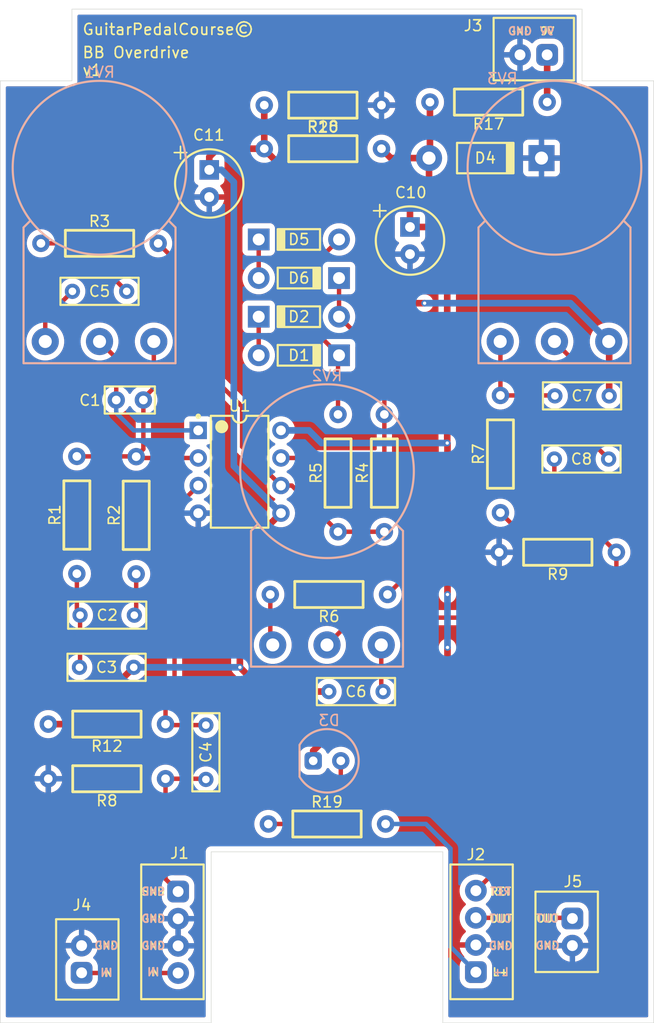
<source format=kicad_pcb>
(kicad_pcb (version 20241229) (generator "pcbnew") (generator_version "9.0")
  (layers (0 "F.Cu" signal) (2 "B.Cu" signal) (13 "F.Paste" user) (15 "B.Paste" user) (5 "F.SilkS" user "F.Silkscreen") (7 "B.SilkS" user "B.Silkscreen") (1 "F.Mask" user) (3 "B.Mask" user) (25 "Edge.Cuts" user))
  (net 0 "")
  (net 1 "Net-(C1-Pad2)")
  (net 2 "Net-(D1-A)")
  (net 3 "/SEND")
  (net 4 "Net-(U1A--)")
  (net 5 "Net-(C5-Pad1)")
  (net 6 "Net-(C7-Pad2)")
  (net 7 "GND")
  (net 8 "/RETURN")
  (net 9 "+VA")
  (net 10 "VREF")
  (net 11 "Net-(D3-K)")
  (net 12 "/IN")
  (net 13 "/LED+")
  (net 14 "/OUT")
  (net 15 "Net-(J3-Pad1)")
  (net 16 "Net-(C2-Pad1)")
  (net 17 "Net-(C2-Pad2)")
  (net 18 "Net-(U1A-+)")
  (net 19 "Net-(C8-Pad1)")
  (net 20 "Net-(C5-Pad2)")
  (net 21 "Net-(C6-Pad2)")
  (net 22 "Net-(D1-K)")
  (net 23 "Net-(D2-K)")
  (net 24 "Net-(D5-A)")
  (net 25 "Net-(U1B--)")
  (net 26 "Net-(R6-Pad2)")
  (net 27 "Net-(R7-Pad1)")
  (footprint "Wampler:DIODE_1N4148" (layer "F.Cu") (at 27.6352 -90.424 180)
    (property "Reference" "D2" (at 0 0 0) (layer "F.SilkS"))
    (property "Value" "1N4148")
    (fp_line (start -1.95 0.95) (end 1.95 0.95) (stroke (width 0.2)) (layer "F.SilkS"))
    (fp_line (start -1.95 0.95) (end -1.95 -0.95) (stroke (width 0.2)) (layer "F.SilkS"))
    (fp_line (start -1.95 -0.95) (end 1.95 -0.95) (stroke (width 0.2)) (layer "F.SilkS"))
    (fp_rect (start 1.25 0.95) (end 2.05 -0.95) (fill yes) (layer "F.SilkS"))
    (pad "1" thru_hole circle (at -3.7 0 180) (size 2 2) (drill 1.1) (layers "*.Cu" "*.Mask") (net 23 "Net-(D2-K)"))
    (pad "2" thru_hole rect (at 3.7 0 180) (size 2 2) (drill 1.1) (layers "*.Cu" "*.Mask") (net 22 "Net-(D1-K)"))
  )
  (footprint "Wampler:CONNECTOR_4" (layer "F.Cu") (at 16.51 -33.782 -90)
    (property "Reference" "J1" (at -7.239 -0.127 180) (layer "F.SilkS"))
    (property "Value" "~")
    (fp_line (start -6.2 3.4) (end 6.2 3.4) (stroke (width 0.2)) (layer "F.SilkS"))
    (fp_line (start -6.2 3.4) (end -6.2 -2.3) (stroke (width 0.2)) (layer "F.SilkS"))
    (fp_line (start 6.2 3.4) (end 6.2 -2.35) (stroke (width 0.2)) (layer "F.SilkS"))
    (fp_line (start -6.2 -2.35) (end 6.2 -2.35) (stroke (width 0.2)) (layer "F.SilkS"))
    (pad "1" thru_hole roundrect (at -3.71 0 270) (size 2 2) (drill 1) (layers "*.Cu" "*.Mask") (net 3 "/SEND"))
    (pad "2" thru_hole circle (at -1.21 0 270) (size 2 2) (drill 1) (layers "*.Cu" "*.Mask") (net 7 "GND"))
    (pad "3" thru_hole circle (at 1.29 0 270) (size 2 2) (drill 1) (layers "*.Cu" "*.Mask") (net 7 "GND"))
    (pad "4" thru_hole circle (at 3.79 0 270) (size 2 2) (drill 1) (layers "*.Cu" "*.Mask") (net 12 "/IN"))
  )
  (footprint "Wampler:DIODE_1N4148" (layer "F.Cu") (at 27.6352 -93.98)
    (property "Reference" "D6" (at 0 0 0) (layer "F.SilkS"))
    (property "Value" "1N4148")
    (fp_line (start -1.95 -0.95) (end 1.95 -0.95) (stroke (width 0.2)) (layer "F.SilkS"))
    (fp_line (start -1.95 0.95) (end -1.95 -0.95) (stroke (width 0.2)) (layer "F.SilkS"))
    (fp_line (start -1.95 0.95) (end 1.95 0.95) (stroke (width 0.2)) (layer "F.SilkS"))
    (fp_rect (start 1.25 0.95) (end 2.05 -0.95) (fill yes) (layer "F.SilkS"))
    (pad "1" thru_hole circle (at -3.7 0) (size 2 2) (drill 1.1) (layers "*.Cu" "*.Mask") (net 24 "Net-(D5-A)"))
    (pad "2" thru_hole rect (at 3.7 0) (size 2 2) (drill 1.1) (layers "*.Cu" "*.Mask") (net 23 "Net-(D2-K)"))
  )
  (footprint "Wampler:CAP_FILM_100NF" (layer "F.Cu") (at 53.6702 -77.3176 -90)
    (property "Reference" "C8" (at 0 0 180) (layer "F.SilkS"))
    (property "Value" "100n")
    (fp_line (start -1.25 3.6) (end 1.25 3.6) (stroke (width 0.2)) (layer "F.SilkS"))
    (fp_line (start -1.25 3.6) (end -1.25 -3.6) (stroke (width 0.2)) (layer "F.SilkS"))
    (fp_line (start 1.25 3.6) (end 1.25 -3.6) (stroke (width 0.2)) (layer "F.SilkS"))
    (fp_line (start -1.25 -3.6) (end 1.25 -3.6) (stroke (width 0.2)) (layer "F.SilkS"))
    (pad "1" thru_hole circle (at 0 -2.5 270) (size 1.4 1.4) (drill 0.7) (layers "*.Cu" "*.Mask") (net 19 "Net-(C8-Pad1)"))
    (pad "2" thru_hole circle (at 0 2.5 270) (size 1.4 1.4) (drill 0.7) (layers "*.Cu" "*.Mask") (net 8 "/RETURN"))
  )
  (footprint "Wampler:RESISTOR_1_4W" (layer "F.Cu") (at 29.845 -105.8926)
    (property "Reference" "R18" (at 0 -2.027 0) (layer "F.SilkS"))
    (property "Value" "47k")
    (fp_line (start -3.15 -1.2) (end 3.15 -1.2) (stroke (width 0.254)) (layer "F.SilkS"))
    (fp_line (start -3.15 1.2) (end -3.15 -1.2) (stroke (width 0.254)) (layer "F.SilkS"))
    (fp_line (start -3.15 1.2) (end 3.15 1.2) (stroke (width 0.254)) (layer "F.SilkS"))
    (fp_line (start 3.15 1.2) (end 3.15 -1.2) (stroke (width 0.254)) (layer "F.SilkS"))
    (pad "1" thru_hole circle (at -5.4 0) (size 1.6 1.6) (drill 0.8) (layers "*.Cu" "*.Mask") (net 10 "VREF"))
    (pad "2" thru_hole circle (at 5.4 0) (size 1.6 1.6) (drill 0.8) (layers "*.Cu" "*.Mask") (net 9 "+VA"))
  )
  (footprint "Wampler:RESISTOR_1_4W" (layer "F.Cu") (at 30.226 -43.7134)
    (property "Reference" "R19" (at 0 -2.027 0) (layer "F.SilkS"))
    (property "Value" "1k")
    (fp_line (start -3.15 -1.2) (end 3.15 -1.2) (stroke (width 0.254)) (layer "F.SilkS"))
    (fp_line (start -3.15 1.2) (end -3.15 -1.2) (stroke (width 0.254)) (layer "F.SilkS"))
    (fp_line (start -3.15 1.2) (end 3.15 1.2) (stroke (width 0.254)) (layer "F.SilkS"))
    (fp_line (start 3.15 1.2) (end 3.15 -1.2) (stroke (width 0.254)) (layer "F.SilkS"))
    (pad "1" thru_hole circle (at -5.4 0) (size 1.6 1.6) (drill 0.8) (layers "*.Cu" "*.Mask") (net 11 "Net-(D3-K)"))
    (pad "2" thru_hole circle (at 5.4 0) (size 1.6 1.6) (drill 0.8) (layers "*.Cu" "*.Mask") (net 13 "/LED+"))
  )
  (footprint "Wampler:CAP_MLCC_47PF" (layer "F.Cu") (at 12.0596 -82.7532 -90)
    (property "Reference" "C1" (at 0.0254 3.6776 180) (layer "F.SilkS"))
    (property "Value" "47p")
    (fp_line (start -1.25 2.31) (end 1.25001 2.31) (stroke (width 0.2)) (layer "F.SilkS"))
    (fp_line (start -1.25 2.31) (end -1.25 -2.31) (stroke (width 0.2)) (layer "F.SilkS"))
    (fp_line (start 1.25 2.31) (end 1.25 -2.31) (stroke (width 0.2)) (layer "F.SilkS"))
    (fp_line (start -1.25 -2.31) (end 1.25 -2.31) (stroke (width 0.2)) (layer "F.SilkS"))
    (pad "1" thru_hole circle (at 0 -1.25 270) (size 1.6 1.6) (drill 0.8) (layers "*.Cu" "*.Mask") (net 4 "Net-(U1A--)"))
    (pad "2" thru_hole circle (at 0 1.25 270) (size 1.6 1.6) (drill 0.8) (layers "*.Cu" "*.Mask") (net 1 "Net-(C1-Pad2)"))
  )
  (footprint "Wampler:RESISTOR_1_4W" (layer "F.Cu") (at 7.182 -72.1614 90)
    (property "Reference" "R1" (at 0 -2.027 90) (layer "F.SilkS"))
    (property "Value" "4.7k")
    (fp_line (start -3.15 -1.2) (end 3.15 -1.2) (stroke (width 0.254)) (layer "F.SilkS"))
    (fp_line (start 3.15 1.2) (end 3.15 -1.2) (stroke (width 0.254)) (layer "F.SilkS"))
    (fp_line (start -3.15 1.2) (end -3.15 -1.2) (stroke (width 0.254)) (layer "F.SilkS"))
    (fp_line (start -3.15 1.2) (end 3.15 1.2) (stroke (width 0.254)) (layer "F.SilkS"))
    (pad "1" thru_hole circle (at -5.4 0 90) (size 1.6 1.6) (drill 0.8) (layers "*.Cu" "*.Mask") (net 16 "Net-(C2-Pad1)"))
    (pad "2" thru_hole circle (at 5.4 0 90) (size 1.6 1.6) (drill 0.8) (layers "*.Cu" "*.Mask") (net 4 "Net-(U1A--)"))
  )
  (footprint "Wampler:RESISTOR_1_4W" (layer "F.Cu") (at 12.6492 -72.136 90)
    (property "Reference" "R2" (at 0 -2.027 90) (layer "F.SilkS"))
    (property "Value" "3.3k")
    (fp_line (start -3.15 -1.2) (end 3.15 -1.2) (stroke (width 0.254)) (layer "F.SilkS"))
    (fp_line (start 3.15 1.2) (end 3.15 -1.2) (stroke (width 0.254)) (layer "F.SilkS"))
    (fp_line (start -3.15 1.2) (end -3.15 -1.2) (stroke (width 0.254)) (layer "F.SilkS"))
    (fp_line (start -3.15 1.2) (end 3.15 1.2) (stroke (width 0.254)) (layer "F.SilkS"))
    (pad "1" thru_hole circle (at -5.4 0 90) (size 1.6 1.6) (drill 0.8) (layers "*.Cu" "*.Mask") (net 17 "Net-(C2-Pad2)"))
    (pad "2" thru_hole circle (at 5.4 0 90) (size 1.6 1.6) (drill 0.8) (layers "*.Cu" "*.Mask") (net 4 "Net-(U1A--)"))
  )
  (footprint "Wampler:OP_AMP" (layer "F.Cu") (at 22.1742 -76.145)
    (property "Reference" "U1" (at 0 -6.06 0) (layer "F.SilkS"))
    (property "Value" "TL072")
    (fp_line (start -2.65 -5.15) (end -0.635 -5.15) (stroke (width 0.2)) (layer "F.SilkS"))
    (fp_line (start -2.65 5.15) (end -2.65 -5.15) (stroke (width 0.2)) (layer "F.SilkS"))
    (fp_line (start -2.65 5.15) (end 2.65 5.15) (stroke (width 0.2)) (layer "F.SilkS"))
    (fp_line (start 0.635 -5.15) (end 2.65 -5.15) (stroke (width 0.2)) (layer "F.SilkS"))
    (fp_line (start 2.65 5.15) (end 2.65 -5.15) (stroke (width 0.2)) (layer "F.SilkS"))
    (fp_arc (start 0.635 -5.15) (mid 0 -4.515) (end -0.635 -5.15) (stroke (width 0.2)) (layer "F.SilkS"))
    (fp_circle (center -3.81 -5.11) (end -3.81 -5.235) (stroke (width 0.25)) (fill no) (layer "F.SilkS"))
    (fp_circle (center -1.65 -4.15) (end -1.65 -4.45) (stroke (width 0.6)) (fill no) (layer "F.SilkS"))
    (pad "1" thru_hole rect (at -3.81 -3.81) (size 1.6 1.6) (drill 0.9) (layers "*.Cu" "*.Mask") (net 1 "Net-(C1-Pad2)"))
    (pad "2" thru_hole circle (at -3.81 -1.27) (size 1.6 1.6) (drill 0.9) (layers "*.Cu" "*.Mask") (net 4 "Net-(U1A--)"))
    (pad "3" thru_hole circle (at -3.81 1.27) (size 1.6 1.6) (drill 0.9) (layers "*.Cu" "*.Mask") (net 18 "Net-(U1A-+)"))
    (pad "4" thru_hole circle (at -3.81 3.81) (size 1.6 1.6) (drill 0.9) (layers "*.Cu" "*.Mask") (net 7 "GND"))
    (pad "5" thru_hole circle (at 3.81 3.81) (size 1.6 1.6) (drill 0.9) (layers "*.Cu" "*.Mask") (net 10 "VREF"))
    (pad "6" thru_hole circle (at 3.81 1.27) (size 1.6 1.6) (drill 0.9) (layers "*.Cu" "*.Mask") (net 25 "Net-(U1B--)"))
    (pad "7" thru_hole circle (at 3.81 -1.27) (size 1.6 1.6) (drill 0.9) (layers "*.Cu" "*.Mask") (net 23 "Net-(D2-K)"))
    (pad "8" thru_hole circle (at 3.81 -3.81) (size 1.6 1.6) (drill 0.9) (layers "*.Cu" "*.Mask") (net 9 "+VA"))
  )
  (footprint "Wampler:RESISTOR_1_4W" (layer "F.Cu") (at 31.242 -76.0222 90)
    (property "Reference" "R5" (at 0 -2.027 90) (layer "F.SilkS"))
    (property "Value" "6.8k")
    (fp_line (start -3.15 -1.2) (end 3.15 -1.2) (stroke (width 0.254)) (layer "F.SilkS"))
    (fp_line (start 3.15 1.2) (end 3.15 -1.2) (stroke (width 0.254)) (layer "F.SilkS"))
    (fp_line (start -3.15 1.2) (end -3.15 -1.2) (stroke (width 0.254)) (layer "F.SilkS"))
    (fp_line (start -3.15 1.2) (end 3.15 1.2) (stroke (width 0.254)) (layer "F.SilkS"))
    (pad "1" thru_hole circle (at -5.4 0 90) (size 1.6 1.6) (drill 0.8) (layers "*.Cu" "*.Mask") (net 25 "Net-(U1B--)"))
    (pad "2" thru_hole circle (at 5.4 0 90) (size 1.6 1.6) (drill 0.8) (layers "*.Cu" "*.Mask") (net 2 "Net-(D1-A)"))
  )
  (footprint "Wampler:CAP_FILM_100NF" (layer "F.Cu") (at 9.271 -92.7608 90)
    (property "Reference" "C5" (at 0 0 180) (layer "F.SilkS"))
    (property "Value" "100n")
    (fp_line (start -1.25 -3.6) (end 1.25 -3.6) (stroke (width 0.2)) (layer "F.SilkS"))
    (fp_line (start 1.25 3.6) (end 1.25 -3.6) (stroke (width 0.2)) (layer "F.SilkS"))
    (fp_line (start -1.25 3.6) (end -1.25 -3.6) (stroke (width 0.2)) (layer "F.SilkS"))
    (fp_line (start -1.25 3.6) (end 1.25 3.6) (stroke (width 0.2)) (layer "F.SilkS"))
    (pad "1" thru_hole circle (at 0 -2.5 90) (size 1.4 1.4) (drill 0.7) (layers "*.Cu" "*.Mask") (net 5 "Net-(C5-Pad1)"))
    (pad "2" thru_hole circle (at 0 2.5 90) (size 1.4 1.4) (drill 0.7) (layers "*.Cu" "*.Mask") (net 20 "Net-(C5-Pad2)"))
  )
  (footprint "Wampler:DIODE_1N4001" (layer "F.Cu") (at 44.8056 -105.029)
    (property "Reference" "D4" (at 0 0 0) (layer "F.SilkS"))
    (property "Value" "1N4001")
    (fp_line (start -2.6 -1.4) (end 2.6 -1.4) (stroke (width 0.2)) (layer "F.SilkS"))
    (fp_line (start -2.6 1.4) (end -2.6 -1.4) (stroke (width 0.2)) (layer "F.SilkS"))
    (fp_line (start -2.6 1.4) (end 2.6 1.4) (stroke (width 0.2)) (layer "F.SilkS"))
    (fp_rect (start 1.9 1.4) (end 2.7 -1.4) (fill yes) (layer "F.SilkS"))
    (pad "1" thru_hole circle (at -5.18 0) (size 2.4 2.4) (drill 1.2) (layers "*.Cu" "*.Mask") (net 9 "+VA"))
    (pad "2" thru_hole rect (at 5.18 0) (size 2.4 2.4) (drill 1.2) (layers "*.Cu" "*.Mask") (net 7 "GND"))
  )
  (footprint "Wampler:DIODE_1N4148" (layer "F.Cu") (at 27.6352 -86.868)
    (property "Reference" "D1" (at 0 0 0) (layer "F.SilkS"))
    (property "Value" "1N4148")
    (fp_line (start -1.95 -0.95) (end 1.95 -0.95) (stroke (width 0.2)) (layer "F.SilkS"))
    (fp_line (start -1.95 0.95) (end -1.95 -0.95) (stroke (width 0.2)) (layer "F.SilkS"))
    (fp_line (start -1.95 0.95) (end 1.95 0.95) (stroke (width 0.2)) (layer "F.SilkS"))
    (fp_rect (start 1.25 0.95) (end 2.05 -0.95) (fill yes) (layer "F.SilkS"))
    (pad "1" thru_hole circle (at -3.7 0) (size 2 2) (drill 1.1) (layers "*.Cu" "*.Mask") (net 22 "Net-(D1-K)"))
    (pad "2" thru_hole rect (at 3.7 0) (size 2 2) (drill 1.1) (layers "*.Cu" "*.Mask") (net 2 "Net-(D1-A)"))
  )
  (footprint "Wampler:RESISTOR_1_4W" (layer "F.Cu") (at 29.845 -109.9058 180)
    (property "Reference" "R20" (at 0 -2.027 180) (layer "F.SilkS"))
    (property "Value" "47k")
    (fp_line (start 3.15 1.2) (end 3.15 -1.2) (stroke (width 0.254)) (layer "F.SilkS"))
    (fp_line (start -3.15 1.2) (end 3.15 1.2) (stroke (width 0.254)) (layer "F.SilkS"))
    (fp_line (start -3.15 1.2) (end -3.15 -1.2) (stroke (width 0.254)) (layer "F.SilkS"))
    (fp_line (start -3.15 -1.2) (end 3.15 -1.2) (stroke (width 0.254)) (layer "F.SilkS"))
    (pad "1" thru_hole circle (at -5.4 0 180) (size 1.6 1.6) (drill 0.8) (layers "*.Cu" "*.Mask") (net 7 "GND"))
    (pad "2" thru_hole circle (at 5.4 0 180) (size 1.6 1.6) (drill 0.8) (layers "*.Cu" "*.Mask") (net 10 "VREF"))
  )
  (footprint "Wampler:RESISTOR_1_4W" (layer "F.Cu") (at 45.1104 -110.1852 180)
    (property "Reference" "R17" (at 0 -2.027 180) (layer "F.SilkS"))
    (property "Value" "10R")
    (fp_line (start 3.15 1.2) (end 3.15 -1.2) (stroke (width 0.254)) (layer "F.SilkS"))
    (fp_line (start -3.15 1.2) (end 3.15 1.2) (stroke (width 0.254)) (layer "F.SilkS"))
    (fp_line (start -3.15 1.2) (end -3.15 -1.2) (stroke (width 0.254)) (layer "F.SilkS"))
    (fp_line (start -3.15 -1.2) (end 3.15 -1.2) (stroke (width 0.254)) (layer "F.SilkS"))
    (pad "1" thru_hole circle (at -5.4 0 180) (size 1.6 1.6) (drill 0.8) (layers "*.Cu" "*.Mask") (net 15 "Net-(J3-Pad1)"))
    (pad "2" thru_hole circle (at 5.4 0 180) (size 1.6 1.6) (drill 0.8) (layers "*.Cu" "*.Mask") (net 9 "+VA"))
  )
  (footprint "Wampler:RESISTOR_1_4W" (layer "F.Cu") (at 51.4858 -68.7324 180)
    (property "Reference" "R9" (at 0 -2.027 180) (layer "F.SilkS"))
    (property "Value" "1M")
    (fp_line (start 3.15 1.2) (end 3.15 -1.2) (stroke (width 0.254)) (layer "F.SilkS"))
    (fp_line (start -3.15 1.2) (end 3.15 1.2) (stroke (width 0.254)) (layer "F.SilkS"))
    (fp_line (start -3.15 1.2) (end -3.15 -1.2) (stroke (width 0.254)) (layer "F.SilkS"))
    (fp_line (start -3.15 -1.2) (end 3.15 -1.2) (stroke (width 0.254)) (layer "F.SilkS"))
    (pad "1" thru_hole circle (at -5.4 0 180) (size 1.6 1.6) (drill 0.8) (layers "*.Cu" "*.Mask") (net 8 "/RETURN"))
    (pad "2" thru_hole circle (at 5.4 0 180) (size 1.6 1.6) (drill 0.8) (layers "*.Cu" "*.Mask") (net 7 "GND"))
  )
  (footprint "Wampler:CAP_ELEC_100UF" (layer "F.Cu") (at 19.3802 -102.6922 -90)
    (property "Reference" "C11" (at -4.457228 0.039779 180) (layer "F.SilkS"))
    (property "Value" "100u 35V")
    (fp_circle (center 0 0) (end 0 -3.15) (stroke (width 0.2)) (fill no) (layer "F.SilkS"))
    (fp_text user "+" (at -3.8714 3.4148 270) (layer "F.SilkS") (effects (font (size 1.5 1.5)) (justify left bottom)))
    (pad "1" thru_hole rect (at -1.25 0 270) (size 1.8 1.8) (drill 0.9) (layers "*.Cu" "*.Mask") (net 10 "VREF"))
    (pad "2" thru_hole circle (at 1.25 0 270) (size 1.8 1.8) (drill 0.9) (layers "*.Cu" "*.Mask") (net 7 "GND"))
  )
  (footprint "Wampler:CONNECTOR_4" (layer "F.Cu") (at 43.942 -33.782 90)
    (property "Reference" "J2" (at 7.112 0 180) (layer "F.SilkS"))
    (property "Value" "~")
    (fp_line (start -6.2 -2.35) (end 6.2 -2.35) (stroke (width 0.2)) (layer "F.SilkS"))
    (fp_line (start 6.2 3.4) (end 6.2 -2.35) (stroke (width 0.2)) (layer "F.SilkS"))
    (fp_line (start -6.2 3.4) (end -6.2 -2.3) (stroke (width 0.2)) (layer "F.SilkS"))
    (fp_line (start -6.2 3.4) (end 6.2 3.4) (stroke (width 0.2)) (layer "F.SilkS"))
    (pad "1" thru_hole roundrect (at -3.71 0 90) (size 2 2) (drill 1) (layers "*.Cu" "*.Mask") (net 13 "/LED+"))
    (pad "2" thru_hole circle (at -1.21 0 90) (size 2 2) (drill 1) (layers "*.Cu" "*.Mask") (net 7 "GND"))
    (pad "3" thru_hole circle (at 1.29 0 90) (size 2 2) (drill 1) (layers "*.Cu" "*.Mask") (net 14 "/OUT"))
    (pad "4" thru_hole circle (at 3.79 0 90) (size 2 2) (drill 1) (layers "*.Cu" "*.Mask") (net 8 "/RETURN"))
  )
  (footprint "Wampler:CAP_FILM_10NF" (layer "F.Cu") (at 9.976 -62.9412 90)
    (property "Reference" "C2" (at 0 0 180) (layer "F.SilkS"))
    (property "Value" "10n")
    (fp_line (start -1.25 -3.6) (end 1.25 -3.6) (stroke (width 0.2)) (layer "F.SilkS"))
    (fp_line (start 1.25 3.6) (end 1.25 -3.6) (stroke (width 0.2)) (layer "F.SilkS"))
    (fp_line (start -1.25 3.6) (end -1.25 -3.6) (stroke (width 0.2)) (layer "F.SilkS"))
    (fp_line (start -1.25 3.6) (end 1.25 3.6) (stroke (width 0.2)) (layer "F.SilkS"))
    (pad "1" thru_hole circle (at 0 -2.5 90) (size 1.4 1.4) (drill 0.7) (layers "*.Cu" "*.Mask") (net 16 "Net-(C2-Pad1)"))
    (pad "2" thru_hole circle (at 0 2.5 90) (size 1.4 1.4) (drill 0.7) (layers "*.Cu" "*.Mask") (net 17 "Net-(C2-Pad2)"))
  )
  (footprint "Wampler:RESISTOR_1_4W" (layer "F.Cu") (at 9.9506 -47.879 180)
    (property "Reference" "R8" (at 0 -2.027 180) (layer "F.SilkS"))
    (property "Value" "2.2M")
    (fp_line (start 3.15 1.2) (end 3.15 -1.2) (stroke (width 0.254)) (layer "F.SilkS"))
    (fp_line (start -3.15 1.2) (end 3.15 1.2) (stroke (width 0.254)) (layer "F.SilkS"))
    (fp_line (start -3.15 1.2) (end -3.15 -1.2) (stroke (width 0.254)) (layer "F.SilkS"))
    (fp_line (start -3.15 -1.2) (end 3.15 -1.2) (stroke (width 0.254)) (layer "F.SilkS"))
    (pad "1" thru_hole circle (at -5.4 0 180) (size 1.6 1.6) (drill 0.8) (layers "*.Cu" "*.Mask") (net 3 "/SEND"))
    (pad "2" thru_hole circle (at 5.4 0 180) (size 1.6 1.6) (drill 0.8) (layers "*.Cu" "*.Mask") (net 7 "GND"))
  )
  (footprint "Wampler:CAP_ELEC_100UF" (layer "F.Cu") (at 37.8714 -97.4344 -90)
    (property "Reference" "C10" (at -4.4196 -0.0762 0) (layer "F.SilkS"))
    (property "Value" "100u 35V")
    (fp_circle (center 0 0) (end 0 -3.15) (stroke (width 0.2)) (fill no) (layer "F.SilkS"))
    (fp_text user "+" (at -3.7698 3.5488 270) (layer "F.SilkS") (effects (font (size 1.5 1.5)) (justify left bottom)))
    (pad "1" thru_hole rect (at -1.25 0 270) (size 1.8 1.8) (drill 0.9) (layers "*.Cu" "*.Mask") (net 9 "+VA"))
    (pad "2" thru_hole circle (at 1.25 0 270) (size 1.8 1.8) (drill 0.9) (layers "*.Cu" "*.Mask") (net 7 "GND"))
  )
  (footprint "Wampler:CAP_FILM_10NF" (layer "F.Cu") (at 32.893 -55.9054 90)
    (property "Reference" "C6" (at 0 0 180) (layer "F.SilkS"))
    (property "Value" "10n")
    (fp_line (start -1.25 -3.6) (end 1.25 -3.6) (stroke (width 0.2)) (layer "F.SilkS"))
    (fp_line (start 1.25 3.6) (end 1.25 -3.6) (stroke (width 0.2)) (layer "F.SilkS"))
    (fp_line (start -1.25 3.6) (end -1.25 -3.6) (stroke (width 0.2)) (layer "F.SilkS"))
    (fp_line (start -1.25 3.6) (end 1.25 3.6) (stroke (width 0.2)) (layer "F.SilkS"))
    (pad "1" thru_hole circle (at 0 -2.5 90) (size 1.4 1.4) (drill 0.7) (layers "*.Cu" "*.Mask") (net 10 "VREF"))
    (pad "2" thru_hole circle (at 0 2.5 90) (size 1.4 1.4) (drill 0.7) (layers "*.Cu" "*.Mask") (net 21 "Net-(C6-Pad2)"))
  )
  (footprint "Wampler:CONNECTOR_2" (layer "F.Cu") (at 52.832 -33.782 -90)
    (property "Reference" "J5" (at -4.6228 -0.0508 180) (layer "F.SilkS"))
    (property "Value" "~")
    (fp_line (start -3.7 3.4) (end 3.7 3.4) (stroke (width 0.2)) (layer "F.SilkS"))
    (fp_line (start -3.7 3.4) (end -3.7 -2.35) (stroke (width 0.2)) (layer "F.SilkS"))
    (fp_line (start 3.7 3.4) (end 3.7 -2.35) (stroke (width 0.2)) (layer "F.SilkS"))
    (fp_line (start -3.7 -2.35) (end 3.7 -2.35) (stroke (width 0.2)) (layer "F.SilkS"))
    (pad "1" thru_hole roundrect (at -1.23 0 270) (size 2 2) (drill 1) (layers "*.Cu" "*.Mask") (net 14 "/OUT"))
    (pad "2" thru_hole circle (at 1.27 0 270) (size 2 2) (drill 1) (layers "*.Cu" "*.Mask") (net 7 "GND"))
  )
  (footprint "Wampler:RESISTOR_1_4W" (layer "F.Cu") (at 9.271 -97.1804)
    (property "Reference" "R3" (at 0 -2.027 0) (layer "F.SilkS"))
    (property "Value" "10k")
    (fp_line (start -3.15 -1.2) (end 3.15 -1.2) (stroke (width 0.254)) (layer "F.SilkS"))
    (fp_line (start -3.15 1.2) (end -3.15 -1.2) (stroke (width 0.254)) (layer "F.SilkS"))
    (fp_line (start -3.15 1.2) (end 3.15 1.2) (stroke (width 0.254)) (layer "F.SilkS"))
    (fp_line (start 3.15 1.2) (end 3.15 -1.2) (stroke (width 0.254)) (layer "F.SilkS"))
    (pad "1" thru_hole circle (at -5.4 0) (size 1.6 1.6) (drill 0.8) (layers "*.Cu" "*.Mask") (net 20 "Net-(C5-Pad2)"))
    (pad "2" thru_hole circle (at 5.4 0) (size 1.6 1.6) (drill 0.8) (layers "*.Cu" "*.Mask") (net 25 "Net-(U1B--)"))
  )
  (footprint "Wampler:RESISTOR_1_4W" (layer "F.Cu") (at 46.2026 -77.7748 90)
    (property "Reference" "R7" (at 0 -2.027 90) (layer "F.SilkS"))
    (property "Value" "6.8k")
    (fp_line (start -3.15 -1.2) (end 3.15 -1.2) (stroke (width 0.254)) (layer "F.SilkS"))
    (fp_line (start 3.15 1.2) (end 3.15 -1.2) (stroke (width 0.254)) (layer "F.SilkS"))
    (fp_line (start -3.15 1.2) (end -3.15 -1.2) (stroke (width 0.254)) (layer "F.SilkS"))
    (fp_line (start -3.15 1.2) (end 3.15 1.2) (stroke (width 0.254)) (layer "F.SilkS"))
    (pad "1" thru_hole circle (at -5.4 0 90) (size 1.6 1.6) (drill 0.8) (layers "*.Cu" "*.Mask") (net 27 "Net-(R7-Pad1)"))
    (pad "2" thru_hole circle (at 5.4 0 90) (size 1.6 1.6) (drill 0.8) (layers "*.Cu" "*.Mask") (net 6 "Net-(C7-Pad2)"))
  )
  (footprint "Wampler:CAP_FILM_10NF" (layer "F.Cu") (at 9.919474 -58.1406 -90)
    (property "Reference" "C3" (at 0 0 180) (layer "F.SilkS"))
    (property "Value" "10n")
    (fp_line (start -1.25 3.6) (end 1.25 3.6) (stroke (width 0.2)) (layer "F.SilkS"))
    (fp_line (start -1.25 3.6) (end -1.25 -3.6) (stroke (width 0.2)) (layer "F.SilkS"))
    (fp_line (start 1.25 3.6) (end 1.25 -3.6) (stroke (width 0.2)) (layer "F.SilkS"))
    (fp_line (start -1.25 -3.6) (end 1.25 -3.6) (stroke (width 0.2)) (layer "F.SilkS"))
    (pad "1" thru_hole circle (at 0 -2.5 270) (size 1.4 1.4) (drill 0.7) (layers "*.Cu" "*.Mask") (net 10 "VREF"))
    (pad "2" thru_hole circle (at 0 2.5 270) (size 1.4 1.4) (drill 0.7) (layers "*.Cu" "*.Mask") (net 16 "Net-(C2-Pad1)"))
  )
  (footprint "Wampler:CAP_FILM_10NF" (layer "F.Cu") (at 53.721 -83.1342 -90)
    (property "Reference" "C7" (at 0 0 180) (layer "F.SilkS"))
    (property "Value" "10n")
    (fp_line (start -1.25 3.6) (end 1.25 3.6) (stroke (width 0.2)) (layer "F.SilkS"))
    (fp_line (start -1.25 3.6) (end -1.25 -3.6) (stroke (width 0.2)) (layer "F.SilkS"))
    (fp_line (start 1.25 3.6) (end 1.25 -3.6) (stroke (width 0.2)) (layer "F.SilkS"))
    (fp_line (start -1.25 -3.6) (end 1.25 -3.6) (stroke (width 0.2)) (layer "F.SilkS"))
    (pad "1" thru_hole circle (at 0 -2.5 270) (size 1.4 1.4) (drill 0.7) (layers "*.Cu" "*.Mask") (net 10 "VREF"))
    (pad "2" thru_hole circle (at 0 2.5 270) (size 1.4 1.4) (drill 0.7) (layers "*.Cu" "*.Mask") (net 6 "Net-(C7-Pad2)"))
  )
  (footprint "Wampler:DIODE_1N4148" (layer "F.Cu") (at 27.6352 -97.536 180)
    (property "Reference" "D5" (at 0 0 0) (layer "F.SilkS"))
    (property "Value" "1N4148")
    (fp_line (start -1.95 0.95) (end 1.95 0.95) (stroke (width 0.2)) (layer "F.SilkS"))
    (fp_line (start -1.95 0.95) (end -1.95 -0.95) (stroke (width 0.2)) (layer "F.SilkS"))
    (fp_line (start -1.95 -0.95) (end 1.95 -0.95) (stroke (width 0.2)) (layer "F.SilkS"))
    (fp_rect (start 1.25 0.95) (end 2.05 -0.95) (fill yes) (layer "F.SilkS"))
    (pad "1" thru_hole circle (at -3.7 0 180) (size 2 2) (drill 1.1) (layers "*.Cu" "*.Mask") (net 2 "Net-(D1-A)"))
    (pad "2" thru_hole rect (at 3.7 0 180) (size 2 2) (drill 1.1) (layers "*.Cu" "*.Mask") (net 24 "Net-(D5-A)"))
  )
  (footprint "Wampler:RESISTOR_1_4W" (layer "F.Cu") (at 30.4038 -64.8462 180)
    (property "Reference" "R6" (at 0 -2.027 180) (layer "F.SilkS"))
    (property "Value" "1k")
    (fp_line (start 3.15 1.2) (end 3.15 -1.2) (stroke (width 0.254)) (layer "F.SilkS"))
    (fp_line (start -3.15 1.2) (end 3.15 1.2) (stroke (width 0.254)) (layer "F.SilkS"))
    (fp_line (start -3.15 1.2) (end -3.15 -1.2) (stroke (width 0.254)) (layer "F.SilkS"))
    (fp_line (start -3.15 -1.2) (end 3.15 -1.2) (stroke (width 0.254)) (layer "F.SilkS"))
    (pad "1" thru_hole circle (at -5.4 0 180) (size 1.6 1.6) (drill 0.8) (layers "*.Cu" "*.Mask") (net 23 "Net-(D2-K)"))
    (pad "2" thru_hole circle (at 5.4 0 180) (size 1.6 1.6) (drill 0.8) (layers "*.Cu" "*.Mask") (net 26 "Net-(R6-Pad2)"))
  )
  (footprint "Wampler:CAP_FILM_10NF" (layer "F.Cu") (at 19.0692 -50.3174 180)
    (property "Reference" "C4" (at 0 0 90) (layer "F.SilkS"))
    (property "Value" "10n")
    (fp_line (start 1.25 3.6) (end 1.25 -3.6) (stroke (width 0.2)) (layer "F.SilkS"))
    (fp_line (start -1.25 3.6) (end 1.25 3.6) (stroke (width 0.2)) (layer "F.SilkS"))
    (fp_line (start -1.25 3.6) (end -1.25 -3.6) (stroke (width 0.2)) (layer "F.SilkS"))
    (fp_line (start -1.25 -3.6) (end 1.25 -3.6) (stroke (width 0.2)) (layer "F.SilkS"))
    (pad "1" thru_hole circle (at 0 -2.5 180) (size 1.4 1.4) (drill 0.7) (layers "*.Cu" "*.Mask") (net 3 "/SEND"))
    (pad "2" thru_hole circle (at 0 2.5 180) (size 1.4 1.4) (drill 0.7) (layers "*.Cu" "*.Mask") (net 18 "Net-(U1A-+)"))
  )
  (footprint "Wampler:RESISTOR_1_4W" (layer "F.Cu") (at 35.5092 -76.0222 90)
    (property "Reference" "R4" (at 0 -2.027 90) (layer "F.SilkS"))
    (property "Value" "220k")
    (fp_line (start -3.15 -1.2) (end 3.15 -1.2) (stroke (width 0.254)) (layer "F.SilkS"))
    (fp_line (start 3.15 1.2) (end 3.15 -1.2) (stroke (width 0.254)) (layer "F.SilkS"))
    (fp_line (start -3.15 1.2) (end -3.15 -1.2) (stroke (width 0.254)) (layer "F.SilkS"))
    (fp_line (start -3.15 1.2) (end 3.15 1.2) (stroke (width 0.254)) (layer "F.SilkS"))
    (pad "1" thru_hole circle (at -5.4 0 90) (size 1.6 1.6) (drill 0.8) (layers "*.Cu" "*.Mask") (net 25 "Net-(U1B--)"))
    (pad "2" thru_hole circle (at 5.4 0 90) (size 1.6 1.6) (drill 0.8) (layers "*.Cu" "*.Mask") (net 23 "Net-(D2-K)"))
  )
  (footprint "Wampler:CONNECTOR_2" (layer "F.Cu") (at 49.276 -114.537 180)
    (property "Reference" "J3" (at 5.588 2.684 0) (layer "F.SilkS"))
    (property "Value" "~")
    (fp_line (start 3.7 3.4) (end 3.7 -2.35) (stroke (width 0.2)) (layer "F.SilkS"))
    (fp_line (start -3.7 3.4) (end 3.7 3.4) (stroke (width 0.2)) (layer "F.SilkS"))
    (fp_line (start -3.7 3.4) (end -3.7 -2.35) (stroke (width 0.2)) (layer "F.SilkS"))
    (fp_line (start -3.7 -2.35) (end 3.7 -2.35) (stroke (width 0.2)) (layer "F.SilkS"))
    (pad "1" thru_hole roundrect (at -1.23 0 180) (size 2 2) (drill 1) (layers "*.Cu" "*.Mask") (net 15 "Net-(J3-Pad1)"))
    (pad "2" thru_hole circle (at 1.27 0 180) (size 2 2) (drill 1) (layers "*.Cu" "*.Mask") (net 7 "GND"))
  )
  (footprint "Wampler:RESISTOR_1_4W" (layer "F.Cu") (at 9.9506 -52.9082 180)
    (property "Reference" "R12" (at 0 -2.027 180) (layer "F.SilkS"))
    (property "Value" "1M")
    (fp_line (start 3.15 1.2) (end 3.15 -1.2) (stroke (width 0.254)) (layer "F.SilkS"))
    (fp_line (start -3.15 1.2) (end 3.15 1.2) (stroke (width 0.254)) (layer "F.SilkS"))
    (fp_line (start -3.15 1.2) (end -3.15 -1.2) (stroke (width 0.254)) (layer "F.SilkS"))
    (fp_line (start -3.15 -1.2) (end 3.15 -1.2) (stroke (width 0.254)) (layer "F.SilkS"))
    (pad "1" thru_hole circle (at -5.4 0 180) (size 1.6 1.6) (drill 0.8) (layers "*.Cu" "*.Mask") (net 18 "Net-(U1A-+)"))
    (pad "2" thru_hole circle (at 5.4 0 180) (size 1.6 1.6) (drill 0.8) (layers "*.Cu" "*.Mask") (net 10 "VREF"))
  )
  (footprint "Wampler:CONNECTOR_2" (layer "F.Cu") (at 7.62 -31.242 90)
    (property "Reference" "J4" (at 5.0038 0.0254 180) (layer "F.SilkS"))
    (property "Value" "~")
    (fp_line (start -3.7 -2.35) (end 3.7 -2.35) (stroke (width 0.2)) (layer "F.SilkS"))
    (fp_line (start 3.7 3.4) (end 3.7 -2.35) (stroke (width 0.2)) (layer "F.SilkS"))
    (fp_line (start -3.7 3.4) (end -3.7 -2.35) (stroke (width 0.2)) (layer "F.SilkS"))
    (fp_line (start -3.7 3.4) (end 3.7 3.4) (stroke (width 0.2)) (layer "F.SilkS"))
    (pad "1" thru_hole roundrect (at -1.23 0 90) (size 2 2) (drill 1) (layers "*.Cu" "*.Mask") (net 12 "/IN"))
    (pad "2" thru_hole circle (at 1.27 0 90) (size 2 2) (drill 1) (layers "*.Cu" "*.Mask") (net 7 "GND"))
  )
  (footprint "Wampler:POT_16MM_RA" (layer "B.Cu") (at 51.181 -104.14 180)
    (property "Reference" "RV3" (at 4.8006 8.2042 0) (layer "B.SilkS") (effects (justify mirror)))
    (property "Value" "100KA")
    (fp_line (start 7 -18) (end 7 -5.5) (stroke (width 0.2)) (layer "B.SilkS"))
    (fp_line (start 6.4 -4.9) (end 7 -5.5) (stroke (width 0.2)) (layer "B.SilkS"))
    (fp_line (start -7 -5.5) (end -6.4 -4.9) (stroke (width 0.2)) (layer "B.SilkS"))
    (fp_line (start -7 -18) (end 7 -18) (stroke (width 0.2)) (layer "B.SilkS"))
    (fp_line (start -7 -18) (end -7 -5.5) (stroke (width 0.2)) (layer "B.SilkS"))
    (fp_circle (center 0 0) (end 0 8) (stroke (width 0.2)) (fill no) (layer "B.SilkS"))
    (pad "1" thru_hole circle (at -5 -16 180) (size 2.5 2.5) (drill 1.2) (layers "*.Cu" "*.Mask") (net 10 "VREF"))
    (pad "2" thru_hole circle (at 0 -16 180) (size 2.5 2.5) (drill 1.2) (layers "*.Cu" "*.Mask") (net 19 "Net-(C8-Pad1)"))
    (pad "3" thru_hole circle (at 5 -16 180) (size 2.5 2.5) (drill 1.2) (layers "*.Cu" "*.Mask") (net 6 "Net-(C7-Pad2)"))
  )
  (footprint "Wampler:LED_5MM" (layer "B.Cu") (at 30.226 -49.53 180)
    (property "Reference" "D3" (at -0.195603 3.72 0) (layer "B.SilkS") (effects (justify mirror)))
    (property "Value" "LED")
    (fp_line (start 2.52879 -1.46) (end 2.52879 1.46) (stroke (width 0.2)) (layer "B.SilkS"))
    (fp_arc (start 2.528794 1.46) (mid -2.92 0) (end 2.528794 -1.46) (stroke (width 0.2)) (layer "B.SilkS"))
    (pad "1" thru_hole circle (at -1.27 0 180) (size 1.6 1.6) (drill 0.8) (layers "*.Cu" "*.Mask") (net 11 "Net-(D3-K)"))
    (pad "2" thru_hole roundrect (at 1.27 0 180) (size 1.6 1.6) (drill 0.8) (layers "*.Cu" "*.Mask") (net 9 "+VA"))
  )
  (footprint "Wampler:POT_16MM_RA" (layer "B.Cu") (at 30.226 -76.2 180)
    (property "Reference" "RV2" (at 0 8.8 0) (layer "B.SilkS") (effects (justify mirror)))
    (property "Value" "25KB")
    (fp_line (start 7 -18) (end 7 -5.5) (stroke (width 0.2)) (layer "B.SilkS"))
    (fp_line (start 6.4 -4.9) (end 7 -5.5) (stroke (width 0.2)) (layer "B.SilkS"))
    (fp_line (start -7 -5.5) (end -6.4 -4.9) (stroke (width 0.2)) (layer "B.SilkS"))
    (fp_line (start -7 -18) (end 7 -18) (stroke (width 0.2)) (layer "B.SilkS"))
    (fp_line (start -7 -18) (end -7 -5.5) (stroke (width 0.2)) (layer "B.SilkS"))
    (fp_circle (center 0 0) (end 0 8) (stroke (width 0.2)) (fill no) (layer "B.SilkS"))
    (pad "1" thru_hole circle (at -5 -16 180) (size 2.5 2.5) (drill 1.2) (layers "*.Cu" "*.Mask") (net 21 "Net-(C6-Pad2)"))
    (pad "2" thru_hole circle (at 0 -16 180) (size 2.5 2.5) (drill 1.2) (layers "*.Cu" "*.Mask") (net 27 "Net-(R7-Pad1)"))
    (pad "3" thru_hole circle (at 5 -16 180) (size 2.5 2.5) (drill 1.2) (layers "*.Cu" "*.Mask") (net 26 "Net-(R6-Pad2)"))
  )
  (footprint "Wampler:POT_16MM_RA" (layer "B.Cu") (at 9.271 -104.14 180)
    (property "Reference" "RV1" (at 0 8.8 0) (layer "B.SilkS") (effects (justify mirror)))
    (property "Value" "100KB")
    (fp_line (start 7 -18) (end 7 -5.5) (stroke (width 0.2)) (layer "B.SilkS"))
    (fp_line (start 6.4 -4.9) (end 7 -5.5) (stroke (width 0.2)) (layer "B.SilkS"))
    (fp_line (start -7 -5.5) (end -6.4 -4.9) (stroke (width 0.2)) (layer "B.SilkS"))
    (fp_line (start -7 -18) (end 7 -18) (stroke (width 0.2)) (layer "B.SilkS"))
    (fp_line (start -7 -18) (end -7 -5.5) (stroke (width 0.2)) (layer "B.SilkS"))
    (fp_circle (center 0 0) (end 0 8) (stroke (width 0.2)) (fill no) (layer "B.SilkS"))
    (pad "1" thru_hole circle (at -5 -16 180) (size 2.5 2.5) (drill 1.2) (layers "*.Cu" "*.Mask") (net 4 "Net-(U1A--)"))
    (pad "2" thru_hole circle (at 0 -16 180) (size 2.5 2.5) (drill 1.2) (layers "*.Cu" "*.Mask") (net 1 "Net-(C1-Pad2)"))
    (pad "3" thru_hole circle (at 5 -16 180) (size 2.5 2.5) (drill 1.2) (layers "*.Cu" "*.Mask") (net 5 "Net-(C5-Pad1)"))
  )
  (gr_line (start 53.721 -112.141) (end 60.325 -112.141) (stroke (width 0.0508)) (layer "Edge.Cuts"))
  (gr_line (start 6.731 -112.141) (end 6.731 -118.745) (stroke (width 0.0508)) (layer "Edge.Cuts"))
  (gr_line (start 40.894 -41.148) (end 40.894 -25.4) (stroke (width 0.0508)) (layer "Edge.Cuts"))
  (gr_line (start 60.325 -25.4) (end 60.325 -112.141) (stroke (width 0.0508)) (layer "Edge.Cuts"))
  (gr_line (start 6.731 -118.745) (end 53.721 -118.745) (stroke (width 0.0508)) (layer "Edge.Cuts"))
  (gr_line (start 40.894 -25.4) (end 60.325 -25.4) (stroke (width 0.0508)) (layer "Edge.Cuts"))
  (gr_line (start 19.558 -41.148) (end 40.894 -41.148) (stroke (width 0.0508)) (layer "Edge.Cuts"))
  (gr_line (start 0.127 -25.4) (end 0.127 -112.141) (stroke (width 0.0508)) (layer "Edge.Cuts"))
  (gr_line (start 53.721 -118.745) (end 53.721 -112.141) (stroke (width 0.0508)) (layer "Edge.Cuts"))
  (gr_line (start 19.558 -41.148) (end 19.558 -25.4) (stroke (width 0.0508)) (layer "Edge.Cuts"))
  (gr_line (start 19.558 -25.4) (end 0.127 -25.4) (stroke (width 0.0508)) (layer "Edge.Cuts"))
  (gr_line (start 0.127 -112.141) (end 6.731 -112.141) (stroke (width 0.0508)) (layer "Edge.Cuts"))
  (gr_text "9V" (at 50.506 -116.713 0) (layer "F.SilkS") (effects (font (size 0.7112 0.7112) (thickness 0.1524) (bold yes))))
  (gr_text "GND" (at 9.906 -32.512 0) (layer "F.SilkS") (effects (font (size 0.7112 0.7112) (thickness 0.1524) (bold yes))))
  (gr_text "OUT" (at 46.228 -34.992 0) (layer "F.SilkS") (effects (font (size 0.7112 0.7112) (thickness 0.1524) (bold yes))))
  (gr_text "RET" (at 46.228 -37.492 0) (layer "F.SilkS") (effects (font (size 0.7112 0.7112) (thickness 0.1524) (bold yes))))
  (gr_text "GuitarPedalCourse©" (at 7.62 -117.475 0) (layer "F.SilkS") (effects (font (size 1.016 1.016) (thickness 0.1524)) (justify left top)))
  (gr_text "OUT" (at 50.546 -35.012 0) (layer "F.SilkS") (effects (font (size 0.7112 0.7112) (thickness 0.1524) (bold yes))))
  (gr_text "IN" (at 14.224 -30.072 0) (layer "F.SilkS") (effects (font (size 0.7112 0.7112) (thickness 0.1524) (bold yes))))
  (gr_text "GND" (at 14.224 -32.492 0) (layer "F.SilkS") (effects (font (size 0.7112 0.7112) (thickness 0.1524) (bold yes))))
  (gr_text "BB Overdrive\nv1" (at 7.62 -112.522 0) (layer "F.SilkS") (effects (font (size 1.016 1.016) (thickness 0.1524)) (justify left bottom)))
  (gr_text "GND" (at 46.228 -32.492 0) (layer "F.SilkS") (effects (font (size 0.7112 0.7112) (thickness 0.1524) (bold yes))))
  (gr_text "GND" (at 48.006 -116.713 0) (layer "F.SilkS") (effects (font (size 0.7112 0.7112) (thickness 0.1524) (bold yes))))
  (gr_text "L+" (at 46.228 -30.072 0) (layer "F.SilkS") (effects (font (size 0.7112 0.7112) (thickness 0.1524) (bold yes))))
  (gr_text "GND" (at 14.224 -34.992 0) (layer "F.SilkS") (effects (font (size 0.7112 0.7112) (thickness 0.1524) (bold yes))))
  (gr_text "GND" (at 50.546 -32.512 0) (layer "F.SilkS") (effects (font (size 0.7112 0.7112) (thickness 0.1524) (bold yes))))
  (gr_text "SND" (at 14.224 -37.492 0) (layer "F.SilkS") (effects (font (size 0.7112 0.7112) (thickness 0.1524) (bold yes))))
  (gr_text "IN" (at 9.906 -30.012 0) (layer "F.SilkS") (effects (font (size 0.7112 0.7112) (thickness 0.1524) (bold yes))))
  (gr_text "OUT" (at 46.228 -35.0028 0) (layer "B.SilkS") (effects (font (size 0.7112 0.7112) (thickness 0.1524) (bold yes)) (justify mirror)))
  (gr_text "GND" (at 14.224 -32.5028 0) (layer "B.SilkS") (effects (font (size 0.7112 0.7112) (thickness 0.1524) (bold yes)) (justify mirror)))
  (gr_text "IN" (at 9.906 -30.0228 0) (layer "B.SilkS") (effects (font (size 0.7112 0.7112) (thickness 0.1524) (bold yes)) (justify mirror)))
  (gr_text "IN" (at 14.224 -30.0828 0) (layer "B.SilkS") (effects (font (size 0.7112 0.7112) (thickness 0.1524) (bold yes)) (justify mirror)))
  (gr_text "SND" (at 14.224 -37.5028 0) (layer "B.SilkS") (effects (font (size 0.7112 0.7112) (thickness 0.1524) (bold yes)) (justify mirror)))
  (gr_text "GND" (at 50.546 -32.5228 0) (layer "B.SilkS") (effects (font (size 0.7112 0.7112) (thickness 0.1524) (bold yes)) (justify mirror)))
  (gr_text "OUT" (at 50.546 -35.0228 0) (layer "B.SilkS") (effects (font (size 0.7112 0.7112) (thickness 0.1524) (bold yes)) (justify mirror)))
  (gr_text "GND" (at 9.906 -32.5228 0) (layer "B.SilkS") (effects (font (size 0.7112 0.7112) (thickness 0.1524) (bold yes)) (justify mirror)))
  (gr_text "GND" (at 48.006 -116.7238 0) (layer "B.SilkS") (effects (font (size 0.7112 0.7112) (thickness 0.1524) (bold yes)) (justify mirror)))
  (gr_text "RET" (at 46.228 -37.5028 0) (layer "B.SilkS") (effects (font (size 0.7112 0.7112) (thickness 0.1524) (bold yes)) (justify mirror)))
  (gr_text "GND" (at 46.228 -32.5028 0) (layer "B.SilkS") (effects (font (size 0.7112 0.7112) (thickness 0.1524) (bold yes)) (justify mirror)))
  (gr_text "GND" (at 14.224 -35.0028 0) (layer "B.SilkS") (effects (font (size 0.7112 0.7112) (thickness 0.1524) (bold yes)) (justify mirror)))
  (gr_text "L+" (at 46.228 -30.0828 0) (layer "B.SilkS") (effects (font (size 0.7112 0.7112) (thickness 0.1524) (bold yes)) (justify mirror)))
  (gr_text "9V" (at 50.506 -116.7238 0) (layer "B.SilkS") (effects (font (size 0.7112 0.7112) (thickness 0.1524) (bold yes)) (justify mirror)))
  (segment (start 10.8096 -86.6014) (end 9.271 -88.14) (width 0.4064) (layer "F.Cu") (net 1))
  (segment (start 10.8096 -82.7532) (end 10.8096 -86.6014) (width 0.4064) (layer "F.Cu") (net 1))
  (segment (start 12.4248 -79.955) (end 10.8096 -81.5702) (width 0.4064) (layer "B.Cu") (net 1))
  (segment (start 10.8096 -81.5702) (end 10.8096 -82.7532) (width 0.4064) (layer "B.Cu") (net 1))
  (segment (start 18.3642 -79.955) (end 12.4248 -79.955) (width 0.4064) (layer "B.Cu") (net 1))
  (segment (start 31.242 -86.7748) (end 31.3352 -86.868) (width 0.4064) (layer "F.Cu") (net 2))
  (segment (start 28.3972 -94.598) (end 31.3352 -97.536) (width 0.4064) (layer "F.Cu") (net 2))
  (segment (start 31.242 -81.4222) (end 31.242 -86.7748) (width 0.4064) (layer "F.Cu") (net 2))
  (segment (start 31.3352 -86.8764) (end 28.3972 -89.8144) (width 0.4064) (layer "F.Cu") (net 2))
  (segment (start 31.3352 -86.868) (end 31.3352 -86.8764) (width 0.4064) (layer "F.Cu") (net 2))
  (segment (start 28.3972 -89.8144) (end 28.3972 -94.598) (width 0.4064) (layer "F.Cu") (net 2))
  (segment (start 15.3506 -38.6514) (end 16.51 -37.492) (width 0.4064) (layer "F.Cu") (net 3))
  (segment (start 15.3506 -47.879) (end 15.3506 -38.6514) (width 0.4064) (layer "F.Cu") (net 3))
  (segment (start 15.3506 -47.879) (end 19.0076 -47.879) (width 0.4064) (layer "F.Cu") (net 3))
  (segment (start 19.0076 -47.879) (end 19.0692 -47.8174) (width 0.4064) (layer "F.Cu") (net 3))
  (segment (start 18.3642 -77.415) (end 12.7702 -77.415) (width 0.4064) (layer "F.Cu") (net 4))
  (segment (start 12.3088 -77.5614) (end 7.182 -77.5614) (width 0.4064) (layer "F.Cu") (net 4))
  (segment (start 13.3096 -82.7532) (end 13.3096 -82.9056) (width 0.4064) (layer "F.Cu") (net 4))
  (segment (start 12.6492 -77.536) (end 12.6492 -77.5716) (width 0.4064) (layer "F.Cu") (net 4))
  (segment (start 12.3342 -77.536) (end 12.3088 -77.5614) (width 0.4064) (layer "F.Cu") (net 4))
  (segment (start 12.7702 -77.415) (end 12.6492 -77.536) (width 0.4064) (layer "F.Cu") (net 4))
  (segment (start 13.3096 -82.9056) (end 14.271 -83.867) (width 0.4064) (layer "F.Cu") (net 4))
  (segment (start 14.271 -83.867) (end 14.271 -88.14) (width 0.4064) (layer "F.Cu") (net 4))
  (segment (start 12.6492 -77.5716) (end 13.3096 -78.232) (width 0.4064) (layer "F.Cu") (net 4))
  (segment (start 13.3096 -78.232) (end 13.3096 -82.7532) (width 0.4064) (layer "F.Cu") (net 4))
  (segment (start 12.6492 -77.536) (end 12.3342 -77.536) (width 0.4064) (layer "F.Cu") (net 4))
  (segment (start 4.271 -90.2608) (end 6.771 -92.7608) (width 0.4064) (layer "F.Cu") (net 5))
  (segment (start 4.271 -88.14) (end 4.271 -90.2608) (width 0.4064) (layer "F.Cu") (net 5))
  (segment (start 46.2026 -83.1748) (end 51.1804 -83.1748) (width 0.4064) (layer "F.Cu") (net 6))
  (segment (start 51.1804 -83.1748) (end 51.221 -83.1342) (width 0.4064) (layer "F.Cu") (net 6))
  (segment (start 46.2026 -88.1184) (end 46.181 -88.14) (width 0.4064) (layer "F.Cu") (net 6))
  (segment (start 46.2026 -83.1748) (end 46.2026 -88.1184) (width 0.4064) (layer "F.Cu") (net 6))
  (segment (start 56.8858 -68.7324) (end 56.8858 -50.5158) (width 0.4064) (layer "F.Cu") (net 8))
  (segment (start 51.1702 -74.448) (end 56.8858 -68.7324) (width 0.4064) (layer "F.Cu") (net 8))
  (segment (start 56.8858 -50.5158) (end 43.942 -37.572) (width 0.4064) (layer "F.Cu") (net 8))
  (segment (start 51.1702 -77.3176) (end 51.1702 -74.448) (width 0.4064) (layer "F.Cu") (net 8))
  (segment (start 39.6256 -105.029) (end 36.1086 -105.029) (width 0.6096) (layer "F.Cu") (net 9))
  (segment (start 39.7964 -98.6844) (end 41.3004 -97.1804) (width 0.6096) (layer "F.Cu") (net 9))
  (segment (start 41.3258 -59.9694) (end 41.3258 -56.5404) (width 0.6096) (layer "F.Cu") (net 9))
  (segment (start 39.7104 -110.1852) (end 39.7104 -105.1138) (width 0.6096) (layer "F.Cu") (net 9))
  (segment (start 37.8714 -100.965) (end 39.6256 -102.7192) (width 0.6096) (layer "F.Cu") (net 9))
  (segment (start 41.3258 -78.7654) (end 41.3004 -78.7908) (width 0.6096) (layer "F.Cu") (net 9))
  (segment (start 37.8714 -98.6844) (end 39.7964 -98.6844) (width 0.6096) (layer "F.Cu") (net 9))
  (segment (start 41.3258 -64.8462) (end 41.3258 -78.7654) (width 0.6096) (layer "F.Cu") (net 9))
  (segment (start 39.7104 -105.1138) (end 39.6256 -105.029) (width 0.6096) (layer "F.Cu") (net 9))
  (segment (start 39.6256 -102.7192) (end 39.6256 -105.029) (width 0.6096) (layer "F.Cu") (net 9))
  (segment (start 41.3258 -56.5404) (end 37.2364 -52.451) (width 0.6096) (layer "F.Cu") (net 9))
  (segment (start 28.956 -50.4444) (end 28.956 -49.53) (width 0.6096) (layer "F.Cu") (net 9))
  (segment (start 36.1086 -105.029) (end 35.245 -105.8926) (width 0.6096) (layer "F.Cu") (net 9))
  (segment (start 30.9626 -52.451) (end 28.956 -50.4444) (width 0.6096) (layer "F.Cu") (net 9))
  (segment (start 37.2364 -52.451) (end 30.9626 -52.451) (width 0.6096) (layer "F.Cu") (net 9))
  (segment (start 41.3004 -97.1804) (end 41.3004 -78.7908) (width 0.6096) (layer "F.Cu") (net 9))
  (segment (start 37.8714 -98.6844) (end 37.8714 -100.965) (width 0.6096) (layer "F.Cu") (net 9))
  (via (at 41.3004 -78.7908) (size 0.6096) (drill 0.3048) (layers "F.Cu" "B.Cu") (net 9))
  (via (at 41.3258 -59.9694) (size 0.6096) (drill 0.3048) (layers "F.Cu" "B.Cu") (net 9))
  (via (at 41.3258 -64.8462) (size 0.6096) (drill 0.3048) (layers "F.Cu" "B.Cu") (net 9))
  (segment (start 41.3258 -59.9694) (end 41.3258 -64.8462) (width 0.6096) (layer "B.Cu") (net 9))
  (segment (start 29.718 -78.7908) (end 28.5538 -79.955) (width 0.6096) (layer "B.Cu") (net 9))
  (segment (start 28.5538 -79.955) (end 25.9842 -79.955) (width 0.6096) (layer "B.Cu") (net 9))
  (segment (start 41.3004 -78.7908) (end 29.718 -78.7908) (width 0.6096) (layer "B.Cu") (net 9))
  (segment (start 24.445 -109.9058) (end 24.445 -105.8926) (width 0.6096) (layer "F.Cu") (net 10))
  (segment (start 24.445 -105.837) (end 26.3398 -103.9422) (width 0.6096) (layer "F.Cu") (net 10))
  (segment (start 34.2392 -99.0092) (end 34.2392 -94.4118) (width 0.6096) (layer "F.Cu") (net 10))
  (segment (start 24.445 -105.8926) (end 24.445 -105.837) (width 0.6096) (layer "F.Cu") (net 10))
  (segment (start 19.3802 -105.1306) (end 19.3802 -103.9422) (width 0.6096) (layer "F.Cu") (net 10))
  (segment (start 36.9824 -91.6686) (end 39.2176 -91.6686) (width 0.6096) (layer "F.Cu") (net 10))
  (segment (start 26.3398 -103.9422) (end 29.3062 -103.9422) (width 0.6096) (layer "F.Cu") (net 10))
  (segment (start 29.3062 -103.9422) (end 34.2392 -99.0092) (width 0.6096) (layer "F.Cu") (net 10))
  (segment (start 24.445 -105.8926) (end 20.1422 -105.8926) (width 0.6096) (layer "F.Cu") (net 10))
  (segment (start 56.221 -83.1342) (end 56.221 -88.1) (width 0.6096) (layer "F.Cu") (net 10))
  (segment (start 24.4348 -55.9054) (end 30.393 -55.9054) (width 0.6096) (layer "F.Cu") (net 10))
  (segment (start 7.187074 -52.9082) (end 12.419474 -58.1406) (width 0.6096) (layer "F.Cu") (net 10))
  (segment (start 4.5506 -52.9082) (end 7.187074 -52.9082) (width 0.6096) (layer "F.Cu") (net 10))
  (segment (start 20.1422 -105.8926) (end 19.3802 -105.1306) (width 0.6096) (layer "F.Cu") (net 10))
  (segment (start 22.1996 -58.1406) (end 24.4348 -55.9054) (width 0.6096) (layer "F.Cu") (net 10))
  (segment (start 56.221 -88.1) (end 56.181 -88.14) (width 0.6096) (layer "F.Cu") (net 10))
  (segment (start 22.1996 -58.1406) (end 22.1996 -68.5504) (width 0.6096) (layer "F.Cu") (net 10))
  (segment (start 34.2392 -94.4118) (end 36.9824 -91.6686) (width 0.6096) (layer "F.Cu") (net 10))
  (segment (start 22.1996 -68.5504) (end 25.9842 -72.335) (width 0.6096) (layer "F.Cu") (net 10))
  (via (at 39.2176 -91.6686) (size 0.6096) (drill 0.3048) (layers "F.Cu" "B.Cu") (net 10))
  (via (at 22.1996 -58.1406) (size 0.6096) (drill 0.3048) (layers "F.Cu" "B.Cu") (net 10))
  (segment (start 56.181 -88.14) (end 52.6524 -91.6686) (width 0.6096) (layer "B.Cu") (net 10))
  (segment (start 20.5178 -103.9422) (end 21.6408 -102.8192) (width 0.6096) (layer "B.Cu") (net 10))
  (segment (start 19.3802 -103.9422) (end 20.5178 -103.9422) (width 0.6096) (layer "B.Cu") (net 10))
  (segment (start 21.6408 -76.6784) (end 25.9842 -72.335) (width 0.6096) (layer "B.Cu") (net 10))
  (segment (start 52.6524 -91.6686) (end 39.2176 -91.6686) (width 0.6096) (layer "B.Cu") (net 10))
  (segment (start 22.1996 -58.1406) (end 12.419474 -58.1406) (width 0.6096) (layer "B.Cu") (net 10))
  (segment (start 21.6408 -102.8192) (end 21.6408 -76.6784) (width 0.6096) (layer "B.Cu") (net 10))
  (segment (start 24.826 -43.7134) (end 27.3304 -43.7134) (width 0.4064) (layer "F.Cu") (net 11))
  (segment (start 27.3304 -43.7134) (end 31.496 -47.879) (width 0.4064) (layer "F.Cu") (net 11))
  (segment (start 31.496 -47.879) (end 31.496 -49.53) (width 0.4064) (layer "F.Cu") (net 11))
  (segment (start 16.51 -29.992) (end 7.64 -29.992) (width 0.4064) (layer "F.Cu") (net 12))
  (segment (start 7.64 -29.992) (end 7.62 -30.012) (width 0.4064) (layer "F.Cu") (net 12))
  (segment (start 41.6062 -41.443003) (end 41.6062 -32.4078) (width 0.4064) (layer "B.Cu") (net 13))
  (segment (start 39.335803 -43.7134) (end 41.6062 -41.443003) (width 0.4064) (layer "B.Cu") (net 13))
  (segment (start 35.626 -43.7134) (end 39.335803 -43.7134) (width 0.4064) (layer "B.Cu") (net 13))
  (segment (start 41.6062 -32.4078) (end 43.942 -30.072) (width 0.4064) (layer "B.Cu") (net 13))
  (segment (start 43.942 -35.072) (end 52.772 -35.072) (width 0.4064) (layer "F.Cu") (net 14))
  (segment (start 52.772 -35.072) (end 52.832 -35.012) (width 0.4064) (layer "F.Cu") (net 14))
  (segment (start 50.506 -110.1896) (end 50.5104 -110.1852) (width 0.6096) (layer "F.Cu") (net 15))
  (segment (start 50.506 -114.537) (end 50.506 -110.1896) (width 0.6096) (layer "F.Cu") (net 15))
  (segment (start 7.182 -63.2352) (end 7.476 -62.9412) (width 0.4064) (layer "F.Cu") (net 16))
  (segment (start 7.476 -62.9412) (end 7.476 -58.197126) (width 0.4064) (layer "F.Cu") (net 16))
  (segment (start 7.476 -58.197126) (end 7.419474 -58.1406) (width 0.4064) (layer "F.Cu") (net 16))
  (segment (start 7.182 -66.7614) (end 7.182 -63.2352) (width 0.4064) (layer "F.Cu") (net 16))
  (segment (start 12.6492 -63.1144) (end 12.476 -62.9412) (width 0.4064) (layer "F.Cu") (net 17))
  (segment (start 12.6492 -66.736) (end 12.6492 -63.1144) (width 0.4064) (layer "F.Cu") (net 17))
  (segment (start 19.0692 -52.8174) (end 15.4414 -52.8174) (width 0.4064) (layer "F.Cu") (net 18))
  (segment (start 16.1798 -55.7068) (end 15.3506 -54.8776) (width 0.4064) (layer "F.Cu") (net 18))
  (segment (start 15.4414 -52.8174) (end 15.3506 -52.9082) (width 0.4064) (layer "F.Cu") (net 18))
  (segment (start 16.1798 -72.6906) (end 18.3642 -74.875) (width 0.4064) (layer "F.Cu") (net 18))
  (segment (start 15.3506 -52.9082) (end 15.3506 -54.8776) (width 0.4064) (layer "F.Cu") (net 18))
  (segment (start 16.1798 -55.7068) (end 16.1798 -72.6906) (width 0.4064) (layer "F.Cu") (net 18))
  (segment (start 53.975 -85.346) (end 53.975 -79.5128) (width 0.4064) (layer "F.Cu") (net 19))
  (segment (start 53.975 -79.5128) (end 56.1702 -77.3176) (width 0.4064) (layer "F.Cu") (net 19))
  (segment (start 51.181 -88.14) (end 53.975 -85.346) (width 0.4064) (layer "F.Cu") (net 19))
  (segment (start 3.871 -97.1804) (end 7.3514 -97.1804) (width 0.4064) (layer "F.Cu") (net 20))
  (segment (start 7.3514 -97.1804) (end 11.771 -92.7608) (width 0.4064) (layer "F.Cu") (net 20))
  (segment (start 35.226 -60.2) (end 35.226 -56.0724) (width 0.4064) (layer "F.Cu") (net 21))
  (segment (start 35.226 -56.0724) (end 35.393 -55.9054) (width 0.4064) (layer "F.Cu") (net 21))
  (segment (start 23.9352 -90.424) (end 23.9352 -86.868) (width 0.4064) (layer "F.Cu") (net 22))
  (segment (start 25.9842 -77.415) (end 31.502 -77.415) (width 0.4064) (layer "F.Cu") (net 23))
  (segment (start 35.5092 -77.5166) (end 35.6108 -77.415) (width 0.4064) (layer "F.Cu") (net 23))
  (segment (start 35.5092 -81.4222) (end 35.5092 -77.5166) (width 0.4064) (layer "F.Cu") (net 23))
  (segment (start 31.502 -77.415) (end 35.6108 -77.415) (width 0.4064) (layer "F.Cu") (net 23))
  (segment (start 35.5092 -86.25) (end 35.5092 -81.4222) (width 0.4064) (layer "F.Cu") (net 23))
  (segment (start 31.3352 -93.98) (end 31.3352 -90.424) (width 0.4064) (layer "F.Cu") (net 23))
  (segment (start 37.9476 -75.0824) (end 37.9476 -66.99) (width 0.4064) (layer "F.Cu") (net 23))
  (segment (start 31.3352 -90.424) (end 35.5092 -86.25) (width 0.4064) (layer "F.Cu") (net 23))
  (segment (start 35.615 -77.415) (end 37.9476 -75.0824) (width 0.4064) (layer "F.Cu") (net 23))
  (segment (start 35.6108 -77.415) (end 35.615 -77.415) (width 0.4064) (layer "F.Cu") (net 23))
  (segment (start 37.9476 -66.99) (end 35.8038 -64.8462) (width 0.4064) (layer "F.Cu") (net 23))
  (segment (start 23.9352 -97.536) (end 23.9352 -93.98) (width 0.4064) (layer "F.Cu") (net 24))
  (segment (start 22.4028 -82.1436) (end 22.4028 -78.4564) (width 0.4064) (layer "F.Cu") (net 25))
  (segment (start 31.242 -70.6222) (end 35.5092 -70.6222) (width 0.4064) (layer "F.Cu") (net 25))
  (segment (start 19.6088 -84.9376) (end 22.4028 -82.1436) (width 0.4064) (layer "F.Cu") (net 25))
  (segment (start 25.9842 -74.875) (end 26.9892 -74.875) (width 0.4064) (layer "F.Cu") (net 25))
  (segment (start 26.9892 -74.875) (end 31.242 -70.6222) (width 0.4064) (layer "F.Cu") (net 25))
  (segment (start 22.4028 -78.4564) (end 25.9842 -74.875) (width 0.4064) (layer "F.Cu") (net 25))
  (segment (start 19.6088 -92.2426) (end 19.6088 -84.9376) (width 0.4064) (layer "F.Cu") (net 25))
  (segment (start 14.671 -97.1804) (end 19.6088 -92.2426) (width 0.4064) (layer "F.Cu") (net 25))
  (segment (start 25.0038 -60.4222) (end 25.226 -60.2) (width 0.4064) (layer "F.Cu") (net 26))
  (segment (start 25.0038 -64.8462) (end 25.0038 -60.4222) (width 0.4064) (layer "F.Cu") (net 26))
  (segment (start 44.8818 -62.7126) (end 48.387 -66.2178) (width 0.4064) (layer "F.Cu") (net 27))
  (segment (start 32.7386 -62.7126) (end 44.8818 -62.7126) (width 0.4064) (layer "F.Cu") (net 27))
  (segment (start 48.387 -66.2178) (end 48.387 -70.1904) (width 0.4064) (layer "F.Cu") (net 27))
  (segment (start 48.387 -70.1904) (end 46.2026 -72.3748) (width 0.4064) (layer "F.Cu") (net 27))
  (segment (start 30.226 -60.2) (end 32.7386 -62.7126) (width 0.4064) (layer "F.Cu") (net 27))
  (zone (net 7) (net_name "GND") (layers "F.Cu" "B.Cu") (connect_pads (clearance 0.5)) (min_thickness 0.25) (fill yes (thermal_gap 0.5) (thermal_bridge_width 0.5))
    (polygon (pts (xy 0.127 -25.4) (xy 19.558 -25.4) (xy 19.558 -41.148) (xy 40.894 -41.148) (xy 40.894 -25.4) (xy 60.325 -25.4) (xy 60.325 -112.141) (xy 53.721 -112.141) (xy 53.721 -118.745) (xy 6.731 -118.745) (xy 6.731 -112.141) (xy 0.127 -112.141)))
  )
)
</source>
